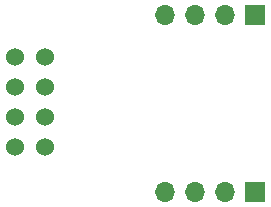
<source format=gbr>
%TF.GenerationSoftware,KiCad,Pcbnew,5.1.6-c6e7f7d~87~ubuntu20.04.1*%
%TF.CreationDate,2020-10-09T15:59:18-05:00*%
%TF.ProjectId,ESP8266-breakout-board,45535038-3236-4362-9d62-7265616b6f75,1.0*%
%TF.SameCoordinates,Original*%
%TF.FileFunction,Copper,L1,Top*%
%TF.FilePolarity,Positive*%
%FSLAX46Y46*%
G04 Gerber Fmt 4.6, Leading zero omitted, Abs format (unit mm)*
G04 Created by KiCad (PCBNEW 5.1.6-c6e7f7d~87~ubuntu20.04.1) date 2020-10-09 15:59:18*
%MOMM*%
%LPD*%
G01*
G04 APERTURE LIST*
%TA.AperFunction,ComponentPad*%
%ADD10O,1.700000X1.700000*%
%TD*%
%TA.AperFunction,ComponentPad*%
%ADD11R,1.700000X1.700000*%
%TD*%
%TA.AperFunction,ComponentPad*%
%ADD12C,1.524000*%
%TD*%
G04 APERTURE END LIST*
D10*
%TO.P,J1,4*%
%TO.N,/Vcc*%
X87380000Y-155000000D03*
%TO.P,J1,3*%
%TO.N,/RESET*%
X89920000Y-155000000D03*
%TO.P,J1,2*%
%TO.N,/CH_PD*%
X92460000Y-155000000D03*
D11*
%TO.P,J1,1*%
%TO.N,/TXD*%
X95000000Y-155000000D03*
%TD*%
%TO.P,J3,1*%
%TO.N,/GND*%
X95000000Y-170000000D03*
D10*
%TO.P,J3,2*%
%TO.N,/GPIO2*%
X92460000Y-170000000D03*
%TO.P,J3,3*%
%TO.N,/GPIO0*%
X89920000Y-170000000D03*
%TO.P,J3,4*%
%TO.N,/RXD*%
X87380000Y-170000000D03*
%TD*%
D12*
%TO.P,U1,1*%
%TO.N,/GND*%
X77270000Y-158567000D03*
%TO.P,U1,2*%
%TO.N,/GPIO2*%
X77270000Y-161107000D03*
%TO.P,U1,3*%
%TO.N,/GPIO0*%
X77270000Y-163647000D03*
%TO.P,U1,4*%
%TO.N,/RXD*%
X77270000Y-166187000D03*
%TO.P,U1,5*%
%TO.N,/TXD*%
X74730000Y-158567000D03*
%TO.P,U1,6*%
%TO.N,/CH_PD*%
X74730000Y-161107000D03*
%TO.P,U1,7*%
%TO.N,/RESET*%
X74730000Y-163647000D03*
%TO.P,U1,8*%
%TO.N,/Vcc*%
X74730000Y-166187000D03*
%TD*%
M02*

</source>
